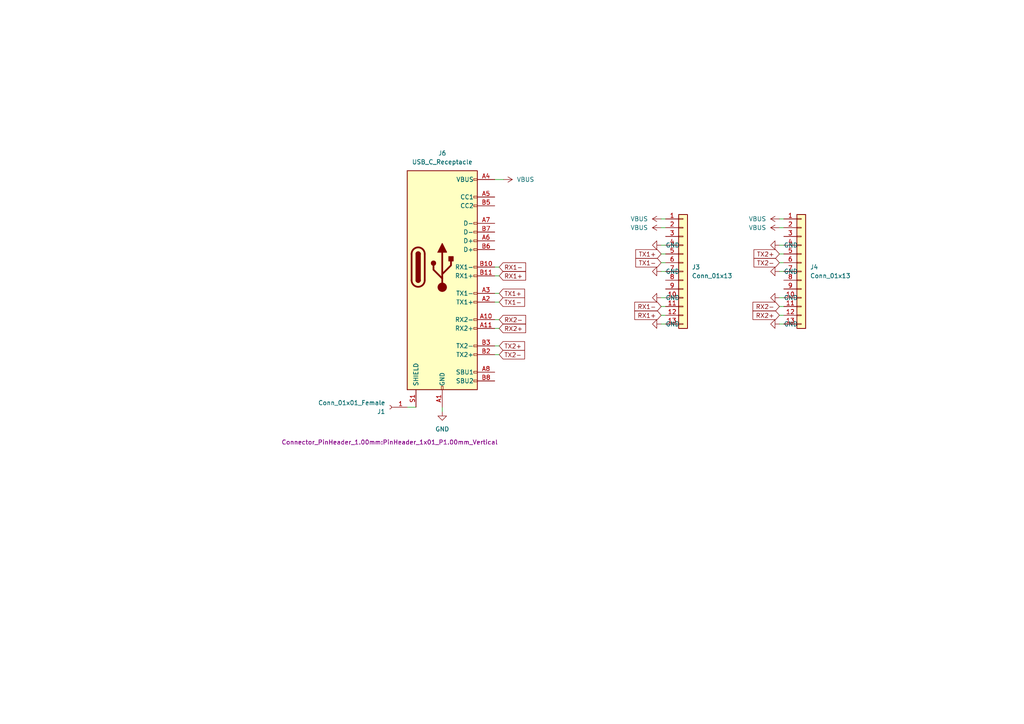
<source format=kicad_sch>
(kicad_sch (version 20211123) (generator eeschema)
  (paper "A4")
  (lib_symbols
    (symbol "Connector:Conn_01x01_Female" (pin_names (offset 1.016) hide)
      (property "Reference" "J" (at 0 2.54 0))
      (property "Value" "Conn_01x01_Female" (at 0 -2.54 0))
      (symbol "Conn_01x01_Female_1_1"
        (polyline (pts (xy -1.27 0) (xy -0.508 0)) (stroke (width 0.1524)))
        (arc (start 0 0.508) (mid -0.508 0) (end 0 -0.508) (stroke (width 0.1524)))
        (pin passive line (at -5.08 0 0) (length 3.81) (name "Pin_1") (number "1"))
      )
    )
    (symbol "Connector_Generic:Conn_01x13" (pin_names (offset 1.016) hide)
      (property "Reference" "J" (at 0 17.78 0))
      (property "Value" "Conn_01x13" (at 0 -17.78 0))
      (symbol "Conn_01x13_1_1"
        (rectangle (start -1.27 -15.113) (end 0 -15.367) (stroke (width 0.1524)))
        (rectangle (start -1.27 -12.573) (end 0 -12.827) (stroke (width 0.1524)))
        (rectangle (start -1.27 -10.033) (end 0 -10.287) (stroke (width 0.1524)))
        (rectangle (start -1.27 -7.493) (end 0 -7.747) (stroke (width 0.1524)))
        (rectangle (start -1.27 -4.953) (end 0 -5.207) (stroke (width 0.1524)))
        (rectangle (start -1.27 -2.413) (end 0 -2.667) (stroke (width 0.1524)))
        (rectangle (start -1.27 0.127) (end 0 -0.127) (stroke (width 0.1524)))
        (rectangle (start -1.27 2.667) (end 0 2.413) (stroke (width 0.1524)))
        (rectangle (start -1.27 5.207) (end 0 4.953) (stroke (width 0.1524)))
        (rectangle (start -1.27 7.747) (end 0 7.493) (stroke (width 0.1524)))
        (rectangle (start -1.27 10.287) (end 0 10.033) (stroke (width 0.1524)))
        (rectangle (start -1.27 12.827) (end 0 12.573) (stroke (width 0.1524)))
        (rectangle (start -1.27 15.367) (end 0 15.113) (stroke (width 0.1524)))
        (rectangle (start -1.27 16.51) (end 1.27 -16.51) (stroke (width 0.254)) (fill (type background)))
        (pin passive line (at -5.08 15.24 0) (length 3.81) (name "Pin_1") (number "1"))
        (pin passive line (at -5.08 -7.62 0) (length 3.81) (name "Pin_10") (number "10"))
        (pin passive line (at -5.08 -10.16 0) (length 3.81) (name "Pin_11") (number "11"))
        (pin passive line (at -5.08 -12.7 0) (length 3.81) (name "Pin_12") (number "12"))
        (pin passive line (at -5.08 -15.24 0) (length 3.81) (name "Pin_13") (number "13"))
        (pin passive line (at -5.08 12.7 0) (length 3.81) (name "Pin_2") (number "2"))
        (pin passive line (at -5.08 10.16 0) (length 3.81) (name "Pin_3") (number "3"))
        (pin passive line (at -5.08 7.62 0) (length 3.81) (name "Pin_4") (number "4"))
        (pin passive line (at -5.08 5.08 0) (length 3.81) (name "Pin_5") (number "5"))
        (pin passive line (at -5.08 2.54 0) (length 3.81) (name "Pin_6") (number "6"))
        (pin passive line (at -5.08 0 0) (length 3.81) (name "Pin_7") (number "7"))
        (pin passive line (at -5.08 -2.54 0) (length 3.81) (name "Pin_8") (number "8"))
        (pin passive line (at -5.08 -5.08 0) (length 3.81) (name "Pin_9") (number "9"))
      )
    )
    (symbol "TypeC_Bulgin_PCB:USB_C_Receptacle" (pin_names (offset 1.016))
      (property "Reference" "J" (at -10.16 29.21 0))
      (property "Value" "USB_C_Receptacle" (at 10.16 29.21 0))
      (symbol "USB_C_Receptacle_0_0"
        (rectangle (start -0.254 -35.56) (end 0.254 -34.544))
        (rectangle (start 10.16 -32.766) (end 9.144 -33.274))
        (rectangle (start 10.16 -30.226) (end 9.144 -30.734))
        (rectangle (start 10.16 -25.146) (end 9.144 -25.654))
        (rectangle (start 10.16 -22.606) (end 9.144 -23.114))
        (rectangle (start 10.16 -17.526) (end 9.144 -18.034))
        (rectangle (start 10.16 -14.986) (end 9.144 -15.494))
        (rectangle (start 10.16 -9.906) (end 9.144 -10.414))
        (rectangle (start 10.16 -7.366) (end 9.144 -7.874))
        (rectangle (start 10.16 -2.286) (end 9.144 -2.794))
        (rectangle (start 10.16 0.254) (end 9.144 -0.254))
        (rectangle (start 10.16 5.334) (end 9.144 4.826))
        (rectangle (start 10.16 7.874) (end 9.144 7.366))
        (rectangle (start 10.16 10.414) (end 9.144 9.906))
        (rectangle (start 10.16 12.954) (end 9.144 12.446))
        (rectangle (start 10.16 18.034) (end 9.144 17.526))
        (rectangle (start 10.16 20.574) (end 9.144 20.066))
        (rectangle (start 10.16 25.654) (end 9.144 25.146))
      )
      (symbol "USB_C_Receptacle_0_1"
        (rectangle (start -10.16 27.94) (end 10.16 -35.56) (stroke (width 0.254)) (fill (type background)))
        (arc (start -8.89 -3.81) (mid -6.985 -5.715) (end -5.08 -3.81) (stroke (width 0.508)))
        (arc (start -7.62 -3.81) (mid -6.985 -4.445) (end -6.35 -3.81) (stroke (width 0.254)))
        (arc (start -7.62 -3.81) (mid -6.985 -4.445) (end -6.35 -3.81) (stroke (width 0.254)) (fill (type outline)))
        (rectangle (start -7.62 -3.81) (end -6.35 3.81) (stroke (width 0.254)) (fill (type outline)))
        (arc (start -6.35 3.81) (mid -6.985 4.445) (end -7.62 3.81) (stroke (width 0.254)))
        (arc (start -6.35 3.81) (mid -6.985 4.445) (end -7.62 3.81) (stroke (width 0.254)) (fill (type outline)))
        (arc (start -5.08 3.81) (mid -6.985 5.715) (end -8.89 3.81) (stroke (width 0.508)))
        (polyline (pts (xy -8.89 -3.81) (xy -8.89 3.81)) (stroke (width 0.508)))
        (polyline (pts (xy -5.08 3.81) (xy -5.08 -3.81)) (stroke (width 0.508)))
      )
      (symbol "USB_C_Receptacle_1_1"
        (circle (center -2.54 1.143) (radius 0.635) (stroke (width 0.254)) (fill (type outline)))
        (circle (center 0 -5.842) (radius 1.27) (fill (type outline)))
        (polyline (pts (xy 0 -5.842) (xy 0 4.318)) (stroke (width 0.508)))
        (polyline (pts (xy 0 -3.302) (xy -2.54 -0.762) (xy -2.54 0.508)) (stroke (width 0.508)))
        (polyline (pts (xy 0 -2.032) (xy 2.54 0.508) (xy 2.54 1.778)) (stroke (width 0.508)))
        (polyline (pts (xy -1.27 4.318) (xy 0 6.858) (xy 1.27 4.318) (xy -1.27 4.318)) (stroke (width 0.254)) (fill (type outline)))
        (rectangle (start 1.905 1.778) (end 3.175 3.048) (stroke (width 0.254)) (fill (type outline)))
        (pin passive line (at 0 -40.64 90) (length 5.08) (name "GND") (number "A1"))
        (pin bidirectional line (at 15.24 -15.24 180) (length 5.08) (name "RX2-") (number "A10"))
        (pin bidirectional line (at 15.24 -17.78 180) (length 5.08) (name "RX2+") (number "A11"))
        (pin passive line (at 0 -40.64 90) (length 5.08) hide (name "GND") (number "A12"))
        (pin bidirectional line (at 15.24 -10.16 180) (length 5.08) (name "TX1+") (number "A2"))
        (pin bidirectional line (at 15.24 -7.62 180) (length 5.08) (name "TX1-") (number "A3"))
        (pin passive line (at 15.24 25.4 180) (length 5.08) (name "VBUS") (number "A4"))
        (pin bidirectional line (at 15.24 20.32 180) (length 5.08) (name "CC1") (number "A5"))
        (pin bidirectional line (at 15.24 7.62 180) (length 5.08) (name "D+") (number "A6"))
        (pin bidirectional line (at 15.24 12.7 180) (length 5.08) (name "D-") (number "A7"))
        (pin bidirectional line (at 15.24 -30.48 180) (length 5.08) (name "SBU1") (number "A8"))
        (pin passive line (at 15.24 25.4 180) (length 5.08) hide (name "VBUS") (number "A9"))
        (pin passive line (at 0 -40.64 90) (length 5.08) hide (name "GND") (number "B1"))
        (pin bidirectional line (at 15.24 0 180) (length 5.08) (name "RX1-") (number "B10"))
        (pin bidirectional line (at 15.24 -2.54 180) (length 5.08) (name "RX1+") (number "B11"))
        (pin passive line (at 0 -40.64 90) (length 5.08) hide (name "GND") (number "B12"))
        (pin bidirectional line (at 15.24 -25.4 180) (length 5.08) (name "TX2+") (number "B2"))
        (pin bidirectional line (at 15.24 -22.86 180) (length 5.08) (name "TX2-") (number "B3"))
        (pin passive line (at 15.24 25.4 180) (length 5.08) hide (name "VBUS") (number "B4"))
        (pin bidirectional line (at 15.24 17.78 180) (length 5.08) (name "CC2") (number "B5"))
        (pin bidirectional line (at 15.24 5.08 180) (length 5.08) (name "D+") (number "B6"))
        (pin bidirectional line (at 15.24 10.16 180) (length 5.08) (name "D-") (number "B7"))
        (pin bidirectional line (at 15.24 -33.02 180) (length 5.08) (name "SBU2") (number "B8"))
        (pin passive line (at 15.24 25.4 180) (length 5.08) hide (name "VBUS") (number "B9"))
        (pin passive line (at -7.62 -40.64 90) (length 5.08) (name "SHIELD") (number "S1"))
      )
    )
    (symbol "power:GND" (power) (pin_names (offset 0))
      (property "Value" "GND" (at 0 -3.81 0))
      (symbol "GND_0_1"
        (polyline (pts (xy 0 0) (xy 0 -1.27) (xy 1.27 -1.27) (xy 0 -2.54) (xy -1.27 -1.27) (xy 0 -1.27)))
      )
      (symbol "GND_1_1"
        (pin power_in line (at 0 0 270) (length 0) hide (name "GND") (number "1"))
      )
    )
    (symbol "power:VBUS" (power) (pin_names (offset 0))
      (property "Value" "VBUS" (at 0 3.81 0))
      (symbol "VBUS_0_1"
        (polyline (pts (xy -0.762 1.27) (xy 0 2.54)))
        (polyline (pts (xy 0 0) (xy 0 2.54)))
        (polyline (pts (xy 0 2.54) (xy 0.762 1.27)))
      )
      (symbol "VBUS_1_1"
        (pin power_in line (at 0 0 90) (length 0) hide (name "VBUS") (number "1"))
      )
    )
  )
  (wire (pts (xy 118.11 118.11) (xy 120.65 118.11)))
  (wire (pts (xy 144.78 87.63) (xy 143.51 87.63)))
  (wire (pts (xy 191.77 93.98) (xy 193.04 93.98)))
  (wire (pts (xy 144.78 85.09) (xy 143.51 85.09)))
  (wire (pts (xy 191.77 91.44) (xy 193.04 91.44)))
  (wire (pts (xy 144.78 102.87) (xy 143.51 102.87)))
  (wire (pts (xy 226.06 66.04) (xy 227.33 66.04)))
  (wire (pts (xy 226.06 73.66) (xy 227.33 73.66)))
  (wire (pts (xy 143.51 80.01) (xy 144.78 80.01)))
  (wire (pts (xy 144.78 100.33) (xy 143.51 100.33)))
  (wire (pts (xy 226.06 86.36) (xy 227.33 86.36)))
  (wire (pts (xy 191.77 71.12) (xy 193.04 71.12)))
  (wire (pts (xy 128.27 118.11) (xy 128.27 119.38)))
  (wire (pts (xy 191.77 63.5) (xy 193.04 63.5)))
  (wire (pts (xy 226.06 88.9) (xy 227.33 88.9)))
  (wire (pts (xy 143.51 77.47) (xy 144.78 77.47)))
  (wire (pts (xy 143.51 92.71) (xy 144.78 92.71)))
  (wire (pts (xy 226.06 78.74) (xy 227.33 78.74)))
  (wire (pts (xy 191.77 88.9) (xy 193.04 88.9)))
  (wire (pts (xy 226.06 76.2) (xy 227.33 76.2)))
  (wire (pts (xy 226.06 71.12) (xy 227.33 71.12)))
  (wire (pts (xy 226.06 91.44) (xy 227.33 91.44)))
  (wire (pts (xy 226.06 93.98) (xy 227.33 93.98)))
  (wire (pts (xy 191.77 73.66) (xy 193.04 73.66)))
  (wire (pts (xy 191.77 78.74) (xy 193.04 78.74)))
  (wire (pts (xy 191.77 66.04) (xy 193.04 66.04)))
  (wire (pts (xy 143.51 52.07) (xy 146.05 52.07)))
  (wire (pts (xy 191.77 76.2) (xy 193.04 76.2)))
  (wire (pts (xy 143.51 95.25) (xy 144.78 95.25)))
  (wire (pts (xy 226.06 63.5) (xy 227.33 63.5)))
  (wire (pts (xy 191.77 86.36) (xy 193.04 86.36)))
  (global_label "RX1-" (shape input) (at 144.78 77.47 0) (property "Intersheet References" "${INTERSHEET_REFS}" (effects hide)))
  (global_label "TX1-" (shape input) (at 191.77 76.2 180) (property "Intersheet References" "${INTERSHEET_REFS}" (effects hide)))
  (global_label "RX1-" (shape input) (at 191.77 88.9 180) (property "Intersheet References" "${INTERSHEET_REFS}" (effects hide)))
  (global_label "TX2+" (shape input) (at 226.06 73.66 180) (property "Intersheet References" "${INTERSHEET_REFS}" (effects hide)))
  (global_label "TX1+" (shape input) (at 191.77 73.66 180) (property "Intersheet References" "${INTERSHEET_REFS}" (effects hide)))
  (global_label "RX2-" (shape input) (at 144.78 92.71 0) (property "Intersheet References" "${INTERSHEET_REFS}" (effects hide)))
  (global_label "RX2-" (shape input) (at 226.06 88.9 180) (property "Intersheet References" "${INTERSHEET_REFS}" (effects hide)))
  (global_label "TX2-" (shape input) (at 226.06 76.2 180) (property "Intersheet References" "${INTERSHEET_REFS}" (effects hide)))
  (global_label "TX2-" (shape input) (at 144.78 102.87 0) (property "Intersheet References" "${INTERSHEET_REFS}" (effects hide)))
  (global_label "RX2+" (shape input) (at 226.06 91.44 180) (property "Intersheet References" "${INTERSHEET_REFS}" (effects hide)))
  (global_label "TX1-" (shape input) (at 144.78 87.63 0) (property "Intersheet References" "${INTERSHEET_REFS}" (effects hide)))
  (global_label "RX1+" (shape input) (at 191.77 91.44 180) (property "Intersheet References" "${INTERSHEET_REFS}" (effects hide)))
  (global_label "TX2+" (shape input) (at 144.78 100.33 0) (property "Intersheet References" "${INTERSHEET_REFS}" (effects hide)))
  (global_label "RX1+" (shape input) (at 144.78 80.01 0) (property "Intersheet References" "${INTERSHEET_REFS}" (effects hide)))
  (global_label "RX2+" (shape input) (at 144.78 95.25 0) (property "Intersheet References" "${INTERSHEET_REFS}" (effects hide)))
  (global_label "TX1+" (shape input) (at 144.78 85.09 0) (property "Intersheet References" "${INTERSHEET_REFS}" (effects hide)))
  (symbol (lib_id "power:GND") (at 226.06 86.36 270) (unit 1)
    (property "Reference" "#PWR013" (effects hide))
    (property "Value" "GND" (at 227.33 86.3599 90) (effects (justify left)))
  )
  (symbol (lib_id "power:GND") (at 226.06 78.74 270) (unit 1)
    (property "Reference" "#PWR010" (effects hide))
    (property "Value" "GND" (at 227.33 78.7399 90) (effects (justify left)))
  )
  (symbol (lib_id "Connector_Generic:Conn_01x13") (at 198.12 78.74 0) (unit 1)
    (property "Reference" "J3" (at 200.66 77.4699 0) (effects (justify left)))
    (property "Value" "Conn_01x13" (at 200.66 80.0099 0) (effects (justify left)))
    (property "Footprint" "TypeC_Bulgin_PCB:ADT_13pin" (effects hide))
  )
  (symbol (lib_id "power:GND") (at 191.77 78.74 270) (unit 1)
    (property "Reference" "#PWR09" (effects hide))
    (property "Value" "GND" (at 193.04 78.7399 90) (effects (justify left)))
  )
  (symbol (lib_id "power:GND") (at 191.77 71.12 270) (unit 1)
    (property "Reference" "#PWR05" (effects hide))
    (property "Value" "GND" (at 193.04 71.1199 90) (effects (justify left)))
  )
  (symbol (lib_id "power:VBUS") (at 191.77 66.04 90) (unit 1)
    (property "Reference" "#PWR03" (effects hide))
    (property "Value" "VBUS" (at 187.96 66.0399 90) (effects (justify left)))
  )
  (symbol (lib_id "power:VBUS") (at 226.06 66.04 90) (unit 1)
    (property "Reference" "#PWR04" (effects hide))
    (property "Value" "VBUS" (at 222.25 66.0399 90) (effects (justify left)))
  )
  (symbol (lib_id "power:GND") (at 226.06 93.98 270) (unit 1)
    (property "Reference" "#PWR016" (effects hide))
    (property "Value" "GND" (at 227.33 93.9799 90) (effects (justify left)))
  )
  (symbol (lib_id "power:GND") (at 191.77 93.98 270) (unit 1)
    (property "Reference" "#PWR015" (effects hide))
    (property "Value" "GND" (at 193.04 93.9799 90) (effects (justify left)))
  )
  (symbol (lib_id "TypeC_Bulgin_PCB:USB_C_Receptacle") (at 128.27 77.47 0) (unit 1)
    (property "Reference" "J6" (at 128.27 44.45 0))
    (property "Value" "USB_C_Receptacle" (at 128.27 46.99 0))
    (property "Footprint" "Connector_USB:USB_C_Receptacle_JAE_DX07S024WJ3R400" (effects hide))
    (property "Datasheet" "https://www.usb.org/sites/default/files/documents/usb_type-c.zip" (effects hide))
  )
  (symbol (lib_id "power:VBUS") (at 191.77 63.5 90) (unit 1)
    (property "Reference" "#PWR01" (effects hide))
    (property "Value" "VBUS" (at 187.96 63.4999 90) (effects (justify left)))
  )
  (symbol (lib_id "power:VBUS") (at 226.06 63.5 90) (unit 1)
    (property "Reference" "#PWR02" (effects hide))
    (property "Value" "VBUS" (at 222.25 63.4999 90) (effects (justify left)))
  )
  (symbol (lib_id "power:GND") (at 128.27 119.38 0) (unit 1)
    (property "Reference" "#PWR019" (effects hide))
    (property "Value" "GND" (at 128.27 124.46 0))
  )
  (symbol (lib_id "power:VBUS") (at 146.05 52.07 270) (mirror x) (unit 1)
    (property "Reference" "#PWR0101" (effects hide))
    (property "Value" "VBUS" (at 149.86 52.0699 90) (effects (justify left)))
  )
  (symbol (lib_id "power:GND") (at 226.06 71.12 270) (unit 1)
    (property "Reference" "#PWR06" (effects hide))
    (property "Value" "GND" (at 227.33 71.1199 90) (effects (justify left)))
  )
  (symbol (lib_id "Connector:Conn_01x01_Female") (at 113.03 118.11 180) (unit 1)
    (property "Reference" "J1" (at 111.76 119.3801 0) (effects (justify left)))
    (property "Value" "Conn_01x01_Female" (at 111.76 116.8401 0) (effects (justify left)))
    (property "Footprint" "Connector_PinHeader_1.00mm:PinHeader_1x01_P1.00mm_Vertical" (at 113.03 128.27 0))
  )
  (symbol (lib_id "Connector_Generic:Conn_01x13") (at 232.41 78.74 0) (unit 1)
    (property "Reference" "J4" (at 234.95 77.4699 0) (effects (justify left)))
    (property "Value" "Conn_01x13" (at 234.95 80.0099 0) (effects (justify left)))
    (property "Footprint" "TypeC_Bulgin_PCB:ADT_13pin" (effects hide))
  )
  (symbol (lib_id "power:GND") (at 191.77 86.36 270) (unit 1)
    (property "Reference" "#PWR012" (effects hide))
    (property "Value" "GND" (at 193.04 86.3599 90) (effects (justify left)))
  )
)
</source>
